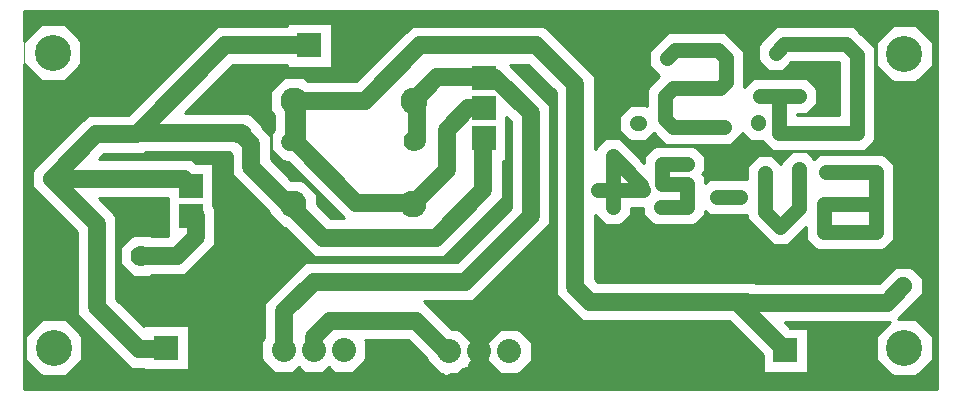
<source format=gbr>
G04 PROTEUS RS274X GERBER FILE*
%FSLAX45Y45*%
%MOMM*%
G01*
%ADD10C,1.524000*%
%ADD11C,1.270000*%
%ADD12C,0.254000*%
%ADD13C,3.048000*%
%ADD14R,2.032000X2.032000*%
%ADD15C,1.524000*%
%ADD16C,1.778000*%
%ADD17R,1.280000X1.280000*%
%ADD18C,0.254000*%
%ADD19C,1.280000*%
%ADD70C,2.286000*%
%ADD71C,2.032000*%
%ADD20C,0.101600*%
G36*
X+4180000Y-808580D02*
X-3550000Y-808580D01*
X-3550000Y+1938752D01*
X-3409949Y+1798701D01*
X-3210051Y+1798701D01*
X-3068701Y+1940051D01*
X-3068701Y+2139949D01*
X-3210051Y+2281299D01*
X-3409949Y+2281299D01*
X-3550000Y+2141248D01*
X-3550000Y+2390000D01*
X+4180000Y+2390000D01*
X+4180000Y-808580D01*
G37*
%LPC*%
G36*
X-3541299Y-559949D02*
X-3541299Y-360051D01*
X-3399949Y-218701D01*
X-3200051Y-218701D01*
X-3058701Y-360051D01*
X-3058701Y-559949D01*
X-3200051Y-701299D01*
X-3399949Y-701299D01*
X-3541299Y-559949D01*
G37*
G36*
X+3658701Y+1930051D02*
X+3658701Y+2129949D01*
X+3800051Y+2271299D01*
X+3999949Y+2271299D01*
X+4141299Y+2129949D01*
X+4141299Y+1930051D01*
X+3999949Y+1788701D01*
X+3800051Y+1788701D01*
X+3658701Y+1930051D01*
G37*
G36*
X-949501Y+1909501D02*
X-1330499Y+1909501D01*
X-1330499Y+1934901D01*
X-1781615Y+1934901D01*
X-2191417Y+1525099D01*
X-1796347Y+1525099D01*
X-1793647Y+1527799D01*
X-1646353Y+1527799D01*
X-1542201Y+1423647D01*
X-1542201Y+1405685D01*
X-1466360Y+1329844D01*
X-1466360Y+1139844D01*
X-1289715Y+963199D01*
X-1195832Y+963199D01*
X-1076801Y+844168D01*
X-1076801Y+755850D01*
X-957144Y+636193D01*
X-843095Y+636193D01*
X-1319103Y+1112201D01*
X-1343647Y+1112201D01*
X-1352929Y+1121483D01*
X-1368386Y+1121483D01*
X-1465099Y+1218196D01*
X-1465099Y+1354968D01*
X-1435099Y+1384968D01*
X-1435099Y+1507732D01*
X-1473199Y+1545832D01*
X-1473199Y+1714168D01*
X-1354168Y+1833199D01*
X-1185832Y+1833199D01*
X-1147732Y+1795099D01*
X-738649Y+1795099D01*
X-268918Y+2264830D01*
X+851866Y+2264830D01*
X+948579Y+2168116D01*
X+1277681Y+1839015D01*
X+1277681Y+1223206D01*
X+1366874Y+1312399D01*
X+1493126Y+1312399D01*
X+1697601Y+1107923D01*
X+1697601Y+1163125D01*
X+1786875Y+1252399D01*
X+2123126Y+1252399D01*
X+2212399Y+1163126D01*
X+2212399Y+1036874D01*
X+2190524Y+1014999D01*
X+2212399Y+993125D01*
X+2212399Y+937924D01*
X+2246874Y+972399D01*
X+2567601Y+972399D01*
X+2567601Y+1083126D01*
X+2656874Y+1172399D01*
X+2783126Y+1172399D01*
X+2857601Y+1097924D01*
X+2857601Y+1113126D01*
X+2946874Y+1202399D01*
X+3073126Y+1202399D01*
X+3135000Y+1140525D01*
X+3176874Y+1182399D01*
X+3723125Y+1182399D01*
X+3812399Y+1093125D01*
X+3812399Y+456875D01*
X+3723125Y+367601D01*
X+3156875Y+367601D01*
X+3067601Y+456875D01*
X+3067601Y+562077D01*
X+2913125Y+407601D01*
X+2786875Y+407601D01*
X+2567602Y+626874D01*
X+2567602Y+667601D01*
X+2246874Y+667601D01*
X+2212399Y+702076D01*
X+2212399Y+666875D01*
X+2123125Y+577601D01*
X+1776874Y+577601D01*
X+1687601Y+666874D01*
X+1687601Y+727601D01*
X+1582399Y+727601D01*
X+1582399Y+666874D01*
X+1493126Y+577601D01*
X+1366874Y+577601D01*
X+1277681Y+666794D01*
X+1277681Y+124081D01*
X+1306663Y+95099D01*
X+2481653Y+95099D01*
X+2486353Y+99799D01*
X+2633647Y+99799D01*
X+2646347Y+87099D01*
X+3683615Y+87099D01*
X+3724901Y+128386D01*
X+3821614Y+225099D01*
X+3958386Y+225099D01*
X+4055099Y+128386D01*
X+4055099Y-8386D01*
X+3844783Y-218701D01*
X+3999949Y-218701D01*
X+4141299Y-360051D01*
X+4141299Y-559949D01*
X+3999949Y-701299D01*
X+3800051Y-701299D01*
X+3658701Y-559949D01*
X+3658701Y-360051D01*
X+3775653Y-243099D01*
X+2886583Y-243099D01*
X+2932985Y-289501D01*
X+3080499Y-289501D01*
X+3080499Y-670499D01*
X+2699501Y-670499D01*
X+2699501Y-522985D01*
X+2411615Y-235099D01*
X+1169892Y-235099D01*
X+947483Y-12690D01*
X+947483Y+1702244D01*
X+715095Y+1934632D01*
X+560556Y+1934632D01*
X+901022Y+1594166D01*
X+901022Y+587721D01*
X+248271Y-65030D01*
X-165486Y-65030D01*
X+68985Y-299501D01*
X+124907Y-299501D01*
X+236499Y-411093D01*
X+236499Y-568907D01*
X+211099Y-594307D01*
X+211099Y-620315D01*
X+166700Y-638706D01*
X+124907Y-680499D01*
X+65802Y-680499D01*
X+7263Y-704747D01*
X-16985Y-680499D01*
X-32907Y-680499D01*
X-144499Y-568907D01*
X-144499Y-552985D01*
X-303219Y-394265D01*
X-662329Y-394265D01*
X-655501Y-401093D01*
X-655501Y-558907D01*
X-767093Y-670499D01*
X-924907Y-670499D01*
X-973000Y-622406D01*
X-1021093Y-670499D01*
X-1178907Y-670499D01*
X-1227001Y-622407D01*
X-1275093Y-670499D01*
X-1432907Y-670499D01*
X-1544499Y-558907D01*
X-1544499Y-401093D01*
X-1519099Y-375693D01*
X-1519099Y-83748D01*
X-1170183Y+265168D01*
X+111501Y+265168D01*
X+570824Y+724491D01*
X+570824Y+1457396D01*
X+530499Y+1497721D01*
X+530499Y+1125501D01*
X+498405Y+1125501D01*
X+498405Y+805124D01*
X-724Y+305995D01*
X-1093914Y+305995D01*
X-1344720Y+556801D01*
X-1364168Y+556801D01*
X-1483199Y+675832D01*
X-1483199Y+689715D01*
X-1796558Y+1003074D01*
X-1796558Y+1175112D01*
X-1816347Y+1194901D01*
X-2521615Y+1194901D01*
X-2535536Y+1180980D01*
X-2875536Y+1180980D01*
X-2921417Y+1135099D01*
X-2131615Y+1135099D01*
X-2097015Y+1100499D01*
X-1949501Y+1100499D01*
X-1949501Y+738985D01*
X-1934901Y+724385D01*
X-1934901Y+407644D01*
X-2187644Y+154901D01*
X-2473653Y+154901D01*
X-2486353Y+142201D01*
X-2633647Y+142201D01*
X-2737799Y+246353D01*
X-2737799Y+393647D01*
X-2633647Y+497799D01*
X-2486353Y+497799D01*
X-2473653Y+485099D01*
X-2330499Y+485099D01*
X-2330499Y+804901D01*
X-2921417Y+804901D01*
X-2771806Y+655290D01*
X-2771806Y-45752D01*
X-2540499Y-277059D01*
X-2540499Y-269501D01*
X-2159501Y-269501D01*
X-2159501Y-650499D01*
X-2540499Y-650499D01*
X-2540499Y-637081D01*
X-2647445Y-637081D01*
X-3102004Y-182522D01*
X-3102004Y+518520D01*
X-3485099Y+901614D01*
X-3485099Y+1038386D01*
X-3388385Y+1135099D01*
X-3012306Y+1511178D01*
X-2742899Y+1511178D01*
X-2742899Y+1512899D01*
X-2670586Y+1512899D01*
X-2658385Y+1525099D01*
X-1918385Y+2265099D01*
X-1330499Y+2265099D01*
X-1330499Y+2290499D01*
X-949501Y+2290499D01*
X-949501Y+1909501D01*
G37*
G36*
X-3378666Y+445700D02*
X-3378666Y+494300D01*
X-3344300Y+528666D01*
X-3295700Y+528666D01*
X-3261334Y+494300D01*
X-3261334Y+445700D01*
X-3295700Y+411334D01*
X-3344300Y+411334D01*
X-3378666Y+445700D01*
G37*
G36*
X+3831334Y+525700D02*
X+3831334Y+574300D01*
X+3865700Y+608666D01*
X+3914300Y+608666D01*
X+3948666Y+574300D01*
X+3948666Y+525700D01*
X+3914300Y+491334D01*
X+3865700Y+491334D01*
X+3831334Y+525700D01*
G37*
G36*
X-1590933Y+300560D02*
X-1590933Y+339440D01*
X-1563440Y+366933D01*
X-1524560Y+366933D01*
X-1497067Y+339440D01*
X-1497067Y+300560D01*
X-1524560Y+273067D01*
X-1563440Y+273067D01*
X-1590933Y+300560D01*
G37*
G36*
X-2568876Y+1809002D02*
X-2611124Y+1809002D01*
X-2640998Y+1838876D01*
X-2640998Y+1881124D01*
X-2611124Y+1910998D01*
X-2568876Y+1910998D01*
X-2539002Y+1881124D01*
X-2539002Y+1838876D01*
X-2568876Y+1809002D01*
G37*
G36*
X-1700560Y+1811067D02*
X-1739440Y+1811067D01*
X-1766933Y+1838560D01*
X-1766933Y+1877440D01*
X-1739440Y+1904933D01*
X-1700560Y+1904933D01*
X-1673067Y+1877440D01*
X-1673067Y+1838560D01*
X-1700560Y+1811067D01*
G37*
G36*
X-698666Y+2075700D02*
X-698666Y+2124300D01*
X-664300Y+2158666D01*
X-615700Y+2158666D01*
X-581334Y+2124300D01*
X-581334Y+2075700D01*
X-615700Y+2041334D01*
X-664300Y+2041334D01*
X-698666Y+2075700D01*
G37*
G36*
X-1908666Y-484300D02*
X-1908666Y-435700D01*
X-1874300Y-401334D01*
X-1825700Y-401334D01*
X-1791334Y-435700D01*
X-1791334Y-484300D01*
X-1825700Y-518666D01*
X-1874300Y-518666D01*
X-1908666Y-484300D01*
G37*
G36*
X+363501Y-568907D02*
X+363501Y-411093D01*
X+475093Y-299501D01*
X+632907Y-299501D01*
X+744499Y-411093D01*
X+744499Y-568907D01*
X+632907Y-680499D01*
X+475093Y-680499D01*
X+363501Y-568907D01*
G37*
G36*
X+253067Y-509440D02*
X+253067Y-470560D01*
X+280560Y-443067D01*
X+319440Y-443067D01*
X+346933Y-470560D01*
X+346933Y-509440D01*
X+319440Y-536933D01*
X+280560Y-536933D01*
X+253067Y-509440D01*
G37*
G36*
X+1741124Y+379002D02*
X+1698876Y+379002D01*
X+1669002Y+408876D01*
X+1669002Y+451124D01*
X+1698876Y+480998D01*
X+1741124Y+480998D01*
X+1770998Y+451124D01*
X+1770998Y+408876D01*
X+1741124Y+379002D01*
G37*
G36*
X+2579440Y+383067D02*
X+2540560Y+383067D01*
X+2513067Y+410560D01*
X+2513067Y+449440D01*
X+2540560Y+476933D01*
X+2579440Y+476933D01*
X+2606933Y+449440D01*
X+2606933Y+410560D01*
X+2579440Y+383067D01*
G37*
G36*
X+3331334Y-504300D02*
X+3331334Y-455700D01*
X+3365700Y-421334D01*
X+3414300Y-421334D01*
X+3448666Y-455700D01*
X+3448666Y-504300D01*
X+3414300Y-538666D01*
X+3365700Y-538666D01*
X+3331334Y-504300D01*
G37*
G36*
X+3517762Y+2217762D02*
X+3652398Y+2083126D01*
X+3652398Y+1296874D01*
X+3563126Y+1207602D01*
X+2776874Y+1207602D01*
X+2696875Y+1287601D01*
X+2596874Y+1287601D01*
X+2522399Y+1362076D01*
X+2522399Y+1346874D01*
X+2433126Y+1257601D01*
X+1876875Y+1257601D01*
X+1780000Y+1354475D01*
X+1713126Y+1287601D01*
X+1576874Y+1287601D01*
X+1487601Y+1376874D01*
X+1487601Y+1503126D01*
X+1576874Y+1592399D01*
X+1713126Y+1592399D01*
X+1717601Y+1587924D01*
X+1717601Y+1733125D01*
X+1824476Y+1840000D01*
X+1737602Y+1926874D01*
X+1737602Y+2053126D01*
X+1896875Y+2212399D01*
X+2383125Y+2212399D01*
X+2542399Y+2053125D01*
X+2542399Y+1747924D01*
X+2616874Y+1822399D01*
X+2776874Y+1822398D01*
X+2776875Y+1822399D01*
X+3010000Y+1822399D01*
X+3009999Y+1822398D01*
X+3074649Y+1822398D01*
X+3162399Y+1734648D01*
X+3162399Y+1605349D01*
X+3074650Y+1517601D01*
X+2992399Y+1517601D01*
X+2992399Y+1512398D01*
X+3347602Y+1512398D01*
X+3347602Y+1956874D01*
X+3346875Y+1957601D01*
X+2943125Y+1957601D01*
X+2873126Y+1887602D01*
X+2746874Y+1887602D01*
X+2657602Y+1976874D01*
X+2657602Y+2103126D01*
X+2816875Y+2262399D01*
X+3473125Y+2262399D01*
X+3517762Y+2217762D01*
G37*
%LPD*%
D10*
X-3079664Y+970000D02*
X-3074664Y+965000D01*
X-3061957Y+965000D01*
X-3066957Y+970000D02*
X-3061957Y+965000D01*
X-3320000Y+970000D02*
X-3079664Y+970000D01*
X-3066957Y+970000D01*
X-2590000Y+1360000D02*
X-1730000Y+1360000D01*
X-1720000Y+1350000D01*
X-1631459Y+1261459D01*
X-1631459Y+1071459D01*
X-1320000Y+760000D01*
X-1280000Y+760000D01*
X-1270000Y+1290000D02*
X-1270000Y+1296582D01*
X+340000Y+1824000D02*
X+437704Y+1824000D01*
X+735923Y+1525781D01*
X+735923Y+656106D01*
X+179886Y+100069D01*
X-1101798Y+100069D01*
X-1354000Y-152133D01*
X-1354000Y-480000D01*
X-3066957Y+970000D02*
X-2200000Y+970000D01*
X-2140000Y+910000D01*
X-3320000Y+970000D02*
X-2943921Y+1346079D01*
X-2603921Y+1346079D01*
X-2590000Y+1360000D01*
X+1720000Y-70000D02*
X+2552000Y-70000D01*
X+2560000Y-78000D01*
X-254000Y+1630000D02*
X-54473Y+1829527D01*
X+340000Y+1829527D01*
X+340000Y+1824000D01*
X-1300000Y+1630000D02*
X-1270000Y+1630000D01*
X-1270000Y+1296582D01*
X-1270000Y+1286582D01*
X-1300000Y+1286582D01*
X-1270000Y+1630000D02*
X-1240000Y+1630000D01*
X-1240000Y+1296582D01*
X-1270000Y+1296582D01*
X-254000Y+1290000D02*
X-224000Y+1290000D01*
X-224000Y+1630000D01*
X-254000Y+1630000D01*
X-1270000Y+1296582D02*
X-743418Y+770000D01*
X-264000Y+770000D01*
X-264000Y+760000D01*
X+2560000Y-78000D02*
X+3752000Y-78000D01*
X+3890000Y+60000D01*
X-2560000Y+320000D02*
X-2256029Y+320000D01*
X-2100000Y+476029D01*
X-2100000Y+656000D01*
X-2140000Y+656000D01*
X-1280000Y+760000D02*
X-1280000Y+725565D01*
X-1025529Y+471094D01*
X-69109Y+471094D01*
X+333306Y+873509D01*
X+333306Y+1309306D01*
X+340000Y+1316000D01*
X-264000Y+760000D02*
X+24012Y+1048012D01*
X+24012Y+1386410D01*
X+207602Y+1570000D01*
X+340000Y+1570000D01*
X-1240000Y+1630000D02*
X-670264Y+1630000D01*
X-200533Y+2099731D01*
X+783480Y+2099731D01*
X+1112582Y+1770629D01*
X+1112582Y+55696D01*
X+1238278Y-70000D01*
X+1720000Y-70000D01*
X-3320000Y+970000D02*
X-2936905Y+586905D01*
X-2936905Y-114137D01*
X-2579060Y-471982D01*
X-2361982Y-471982D01*
X-2350000Y-460000D01*
X-1140000Y+2100000D02*
X-1850000Y+2100000D01*
X-2590000Y+1360000D01*
X+2560000Y-78000D02*
X+2488000Y-78000D01*
X+2890000Y-480000D01*
D11*
X+2660000Y+1440000D02*
X+2660000Y+1450000D01*
X+1890000Y+1990000D02*
X+1960000Y+2060000D01*
X+2320000Y+2060000D01*
X+2390000Y+1990000D01*
X+2390000Y+1790000D01*
X+2340000Y+1740000D01*
X+1940000Y+1740000D01*
X+1870000Y+1670000D01*
X+1870000Y+1480000D01*
X+1940000Y+1410000D01*
X+2370000Y+1410000D01*
X+2810000Y+2040000D02*
X+2880000Y+2110000D01*
X+3410000Y+2110000D01*
X+3500000Y+2020000D01*
X+3500000Y+1360000D01*
X+2840000Y+1360000D01*
X+2840000Y+1670000D01*
X+3010000Y+1670000D01*
X+2680000Y+1670000D01*
X+1640000Y+1440000D02*
X+1650000Y+1440000D01*
X+3010000Y+1050000D02*
X+3010000Y+720000D01*
X+2850000Y+560000D01*
X+2720000Y+690000D01*
X+2720000Y+1020000D01*
X+2510000Y+820000D02*
X+2310000Y+820000D01*
X+2060000Y+1100000D02*
X+1850000Y+1100000D01*
X+1850000Y+930000D01*
X+2060000Y+930000D01*
X+2060000Y+730000D01*
X+1840000Y+730000D01*
X+1430000Y+1160000D02*
X+1670000Y+920000D01*
X+1430000Y+880000D02*
X+1310000Y+880000D01*
X+1430000Y+1160000D02*
X+1430000Y+880000D01*
X+1430000Y+730000D01*
X+1685588Y+880000D02*
X+1430000Y+880000D01*
D10*
X-1100000Y-480000D02*
X-1100000Y-368322D01*
X-960844Y-229166D01*
X-234834Y-229166D01*
X+46000Y-510000D01*
X+46000Y-490000D01*
D11*
X+3240000Y+1030000D02*
X+3660000Y+1030000D01*
X+3660000Y+520000D01*
X+3220000Y+520000D01*
X+3220000Y+760000D01*
X+3590000Y+760000D01*
D12*
X+4180000Y-808580D02*
X-3550000Y-808580D01*
X-3550000Y+1938752D01*
X-3409949Y+1798701D01*
X-3210051Y+1798701D01*
X-3068701Y+1940051D01*
X-3068701Y+2139949D01*
X-3210051Y+2281299D01*
X-3409949Y+2281299D01*
X-3550000Y+2141248D01*
X-3550000Y+2390000D01*
X+4180000Y+2390000D01*
X+4180000Y-808580D01*
X-3541299Y-559949D02*
X-3541299Y-360051D01*
X-3399949Y-218701D01*
X-3200051Y-218701D01*
X-3058701Y-360051D01*
X-3058701Y-559949D01*
X-3200051Y-701299D01*
X-3399949Y-701299D01*
X-3541299Y-559949D01*
X+3658701Y+1930051D02*
X+3658701Y+2129949D01*
X+3800051Y+2271299D01*
X+3999949Y+2271299D01*
X+4141299Y+2129949D01*
X+4141299Y+1930051D01*
X+3999949Y+1788701D01*
X+3800051Y+1788701D01*
X+3658701Y+1930051D01*
X-949501Y+1909501D02*
X-1330499Y+1909501D01*
X-1330499Y+1934901D01*
X-1781615Y+1934901D01*
X-2191417Y+1525099D01*
X-1796347Y+1525099D01*
X-1793647Y+1527799D01*
X-1646353Y+1527799D01*
X-1542201Y+1423647D01*
X-1542201Y+1405685D01*
X-1466360Y+1329844D01*
X-1466360Y+1139844D01*
X-1289715Y+963199D01*
X-1195832Y+963199D01*
X-1076801Y+844168D01*
X-1076801Y+755850D01*
X-957144Y+636193D01*
X-843095Y+636193D01*
X-1319103Y+1112201D01*
X-1343647Y+1112201D01*
X-1352929Y+1121483D01*
X-1368386Y+1121483D01*
X-1465099Y+1218196D01*
X-1465099Y+1354968D01*
X-1435099Y+1384968D01*
X-1435099Y+1507732D01*
X-1473199Y+1545832D01*
X-1473199Y+1714168D01*
X-1354168Y+1833199D01*
X-1185832Y+1833199D01*
X-1147732Y+1795099D01*
X-738649Y+1795099D01*
X-268918Y+2264830D01*
X+851866Y+2264830D01*
X+948579Y+2168116D01*
X+1277681Y+1839015D01*
X+1277681Y+1223206D01*
X+1366874Y+1312399D01*
X+1493126Y+1312399D01*
X+1697601Y+1107923D01*
X+1697601Y+1163125D01*
X+1786875Y+1252399D01*
X+2123126Y+1252399D01*
X+2212399Y+1163126D01*
X+2212399Y+1036874D01*
X+2190524Y+1014999D01*
X+2212399Y+993125D01*
X+2212399Y+937924D01*
X+2246874Y+972399D01*
X+2567601Y+972399D01*
X+2567601Y+1083126D01*
X+2656874Y+1172399D01*
X+2783126Y+1172399D01*
X+2857601Y+1097924D01*
X+2857601Y+1113126D01*
X+2946874Y+1202399D01*
X+3073126Y+1202399D01*
X+3135000Y+1140525D01*
X+3176874Y+1182399D01*
X+3723125Y+1182399D01*
X+3812399Y+1093125D01*
X+3812399Y+456875D01*
X+3723125Y+367601D01*
X+3156875Y+367601D01*
X+3067601Y+456875D01*
X+3067601Y+562077D01*
X+2913125Y+407601D01*
X+2786875Y+407601D01*
X+2567602Y+626874D01*
X+2567602Y+667601D01*
X+2246874Y+667601D01*
X+2212399Y+702076D01*
X+2212399Y+666875D01*
X+2123125Y+577601D01*
X+1776874Y+577601D01*
X+1687601Y+666874D01*
X+1687601Y+727601D01*
X+1582399Y+727601D01*
X+1582399Y+666874D01*
X+1493126Y+577601D01*
X+1366874Y+577601D01*
X+1277681Y+666794D01*
X+1277681Y+124081D01*
X+1306663Y+95099D01*
X+2481653Y+95099D01*
X+2486353Y+99799D01*
X+2633647Y+99799D01*
X+2646347Y+87099D01*
X+3683615Y+87099D01*
X+3724901Y+128386D01*
X+3821614Y+225099D01*
X+3958386Y+225099D01*
X+4055099Y+128386D01*
X+4055099Y-8386D01*
X+3844783Y-218701D01*
X+3999949Y-218701D01*
X+4141299Y-360051D01*
X+4141299Y-559949D01*
X+3999949Y-701299D01*
X+3800051Y-701299D01*
X+3658701Y-559949D01*
X+3658701Y-360051D01*
X+3775653Y-243099D01*
X+2886583Y-243099D01*
X+2932985Y-289501D01*
X+3080499Y-289501D01*
X+3080499Y-670499D01*
X+2699501Y-670499D01*
X+2699501Y-522985D01*
X+2411615Y-235099D01*
X+1169892Y-235099D01*
X+947483Y-12690D01*
X+947483Y+1702244D01*
X+715095Y+1934632D01*
X+560556Y+1934632D01*
X+901022Y+1594166D01*
X+901022Y+587721D01*
X+248271Y-65030D01*
X-165486Y-65030D01*
X+68985Y-299501D01*
X+124907Y-299501D01*
X+236499Y-411093D01*
X+236499Y-568907D01*
X+211099Y-594307D01*
X+211099Y-620315D01*
X+166700Y-638706D01*
X+124907Y-680499D01*
X+65802Y-680499D01*
X+7263Y-704747D01*
X-16985Y-680499D01*
X-32907Y-680499D01*
X-144499Y-568907D01*
X-144499Y-552985D01*
X-303219Y-394265D01*
X-662329Y-394265D01*
X-655501Y-401093D01*
X-655501Y-558907D01*
X-767093Y-670499D01*
X-924907Y-670499D01*
X-973000Y-622406D01*
X-1021093Y-670499D01*
X-1178907Y-670499D01*
X-1227001Y-622407D01*
X-1275093Y-670499D01*
X-1432907Y-670499D01*
X-1544499Y-558907D01*
X-1544499Y-401093D01*
X-1519099Y-375693D01*
X-1519099Y-83748D01*
X-1170183Y+265168D01*
X+111501Y+265168D01*
X+570824Y+724491D01*
X+570824Y+1457396D01*
X+530499Y+1497721D01*
X+530499Y+1125501D01*
X+498405Y+1125501D01*
X+498405Y+805124D01*
X-724Y+305995D01*
X-1093914Y+305995D01*
X-1344720Y+556801D01*
X-1364168Y+556801D01*
X-1483199Y+675832D01*
X-1483199Y+689715D01*
X-1796558Y+1003074D01*
X-1796558Y+1175112D01*
X-1816347Y+1194901D01*
X-2521615Y+1194901D01*
X-2535536Y+1180980D01*
X-2875536Y+1180980D01*
X-2921417Y+1135099D01*
X-2131615Y+1135099D01*
X-2097015Y+1100499D01*
X-1949501Y+1100499D01*
X-1949501Y+738985D01*
X-1934901Y+724385D01*
X-1934901Y+407644D01*
X-2187644Y+154901D01*
X-2473653Y+154901D01*
X-2486353Y+142201D01*
X-2633647Y+142201D01*
X-2737799Y+246353D01*
X-2737799Y+393647D01*
X-2633647Y+497799D01*
X-2486353Y+497799D01*
X-2473653Y+485099D01*
X-2330499Y+485099D01*
X-2330499Y+804901D01*
X-2921417Y+804901D01*
X-2771806Y+655290D01*
X-2771806Y-45752D01*
X-2540499Y-277059D01*
X-2540499Y-269501D01*
X-2159501Y-269501D01*
X-2159501Y-650499D01*
X-2540499Y-650499D01*
X-2540499Y-637081D01*
X-2647445Y-637081D01*
X-3102004Y-182522D01*
X-3102004Y+518520D01*
X-3485099Y+901614D01*
X-3485099Y+1038386D01*
X-3388385Y+1135099D01*
X-3012306Y+1511178D01*
X-2742899Y+1511178D01*
X-2742899Y+1512899D01*
X-2670586Y+1512899D01*
X-2658385Y+1525099D01*
X-1918385Y+2265099D01*
X-1330499Y+2265099D01*
X-1330499Y+2290499D01*
X-949501Y+2290499D01*
X-949501Y+1909501D01*
X-3378666Y+445700D02*
X-3378666Y+494300D01*
X-3344300Y+528666D01*
X-3295700Y+528666D01*
X-3261334Y+494300D01*
X-3261334Y+445700D01*
X-3295700Y+411334D01*
X-3344300Y+411334D01*
X-3378666Y+445700D01*
X+3831334Y+525700D02*
X+3831334Y+574300D01*
X+3865700Y+608666D01*
X+3914300Y+608666D01*
X+3948666Y+574300D01*
X+3948666Y+525700D01*
X+3914300Y+491334D01*
X+3865700Y+491334D01*
X+3831334Y+525700D01*
X-1590933Y+300560D02*
X-1590933Y+339440D01*
X-1563440Y+366933D01*
X-1524560Y+366933D01*
X-1497067Y+339440D01*
X-1497067Y+300560D01*
X-1524560Y+273067D01*
X-1563440Y+273067D01*
X-1590933Y+300560D01*
X-2568876Y+1809002D02*
X-2611124Y+1809002D01*
X-2640998Y+1838876D01*
X-2640998Y+1881124D01*
X-2611124Y+1910998D01*
X-2568876Y+1910998D01*
X-2539002Y+1881124D01*
X-2539002Y+1838876D01*
X-2568876Y+1809002D01*
X-1700560Y+1811067D02*
X-1739440Y+1811067D01*
X-1766933Y+1838560D01*
X-1766933Y+1877440D01*
X-1739440Y+1904933D01*
X-1700560Y+1904933D01*
X-1673067Y+1877440D01*
X-1673067Y+1838560D01*
X-1700560Y+1811067D01*
X-698666Y+2075700D02*
X-698666Y+2124300D01*
X-664300Y+2158666D01*
X-615700Y+2158666D01*
X-581334Y+2124300D01*
X-581334Y+2075700D01*
X-615700Y+2041334D01*
X-664300Y+2041334D01*
X-698666Y+2075700D01*
X-1908666Y-484300D02*
X-1908666Y-435700D01*
X-1874300Y-401334D01*
X-1825700Y-401334D01*
X-1791334Y-435700D01*
X-1791334Y-484300D01*
X-1825700Y-518666D01*
X-1874300Y-518666D01*
X-1908666Y-484300D01*
X+363501Y-568907D02*
X+363501Y-411093D01*
X+475093Y-299501D01*
X+632907Y-299501D01*
X+744499Y-411093D01*
X+744499Y-568907D01*
X+632907Y-680499D01*
X+475093Y-680499D01*
X+363501Y-568907D01*
X+253067Y-509440D02*
X+253067Y-470560D01*
X+280560Y-443067D01*
X+319440Y-443067D01*
X+346933Y-470560D01*
X+346933Y-509440D01*
X+319440Y-536933D01*
X+280560Y-536933D01*
X+253067Y-509440D01*
X+1741124Y+379002D02*
X+1698876Y+379002D01*
X+1669002Y+408876D01*
X+1669002Y+451124D01*
X+1698876Y+480998D01*
X+1741124Y+480998D01*
X+1770998Y+451124D01*
X+1770998Y+408876D01*
X+1741124Y+379002D01*
X+2579440Y+383067D02*
X+2540560Y+383067D01*
X+2513067Y+410560D01*
X+2513067Y+449440D01*
X+2540560Y+476933D01*
X+2579440Y+476933D01*
X+2606933Y+449440D01*
X+2606933Y+410560D01*
X+2579440Y+383067D01*
X+3331334Y-504300D02*
X+3331334Y-455700D01*
X+3365700Y-421334D01*
X+3414300Y-421334D01*
X+3448666Y-455700D01*
X+3448666Y-504300D01*
X+3414300Y-538666D01*
X+3365700Y-538666D01*
X+3331334Y-504300D01*
X+3517762Y+2217762D02*
X+3652398Y+2083126D01*
X+3652398Y+1296874D01*
X+3563126Y+1207602D01*
X+2776874Y+1207602D01*
X+2696875Y+1287601D01*
X+2596874Y+1287601D01*
X+2522399Y+1362076D01*
X+2522399Y+1346874D01*
X+2433126Y+1257601D01*
X+1876875Y+1257601D01*
X+1780000Y+1354475D01*
X+1713126Y+1287601D01*
X+1576874Y+1287601D01*
X+1487601Y+1376874D01*
X+1487601Y+1503126D01*
X+1576874Y+1592399D01*
X+1713126Y+1592399D01*
X+1717601Y+1587924D01*
X+1717601Y+1733125D01*
X+1824476Y+1840000D01*
X+1737602Y+1926874D01*
X+1737602Y+2053126D01*
X+1896875Y+2212399D01*
X+2383125Y+2212399D01*
X+2542399Y+2053125D01*
X+2542399Y+1747924D01*
X+2616874Y+1822399D01*
X+2776874Y+1822398D01*
X+2776875Y+1822399D01*
X+3010000Y+1822399D01*
X+3009999Y+1822398D01*
X+3074649Y+1822398D01*
X+3162399Y+1734648D01*
X+3162399Y+1605349D01*
X+3074650Y+1517601D01*
X+2992399Y+1517601D01*
X+2992399Y+1512398D01*
X+3347602Y+1512398D01*
X+3347602Y+1956874D01*
X+3346875Y+1957601D01*
X+2943125Y+1957601D01*
X+2873126Y+1887602D01*
X+2746874Y+1887602D01*
X+2657602Y+1976874D01*
X+2657602Y+2103126D01*
X+2816875Y+2262399D01*
X+3473125Y+2262399D01*
X+3517762Y+2217762D01*
X-3370800Y+470000D02*
X-3320000Y+470000D01*
X-3269200Y+470000D02*
X-3320000Y+470000D01*
X-3320000Y+419200D02*
X-3320000Y+470000D01*
X-3320000Y+520800D02*
X-3320000Y+470000D01*
X+3839200Y+550000D02*
X+3890000Y+550000D01*
X+3940800Y+550000D02*
X+3890000Y+550000D01*
X+3890000Y+499200D02*
X+3890000Y+550000D01*
X+3890000Y+600800D02*
X+3890000Y+550000D01*
X-1582100Y+320000D02*
X-1544000Y+320000D01*
X-1505900Y+320000D02*
X-1544000Y+320000D01*
X-1544000Y+281900D02*
X-1544000Y+320000D01*
X-1544000Y+358100D02*
X-1544000Y+320000D01*
X-2590000Y+1817500D02*
X-2590000Y+1860000D01*
X-2590000Y+1902500D02*
X-2590000Y+1860000D01*
X-2547500Y+1860000D02*
X-2590000Y+1860000D01*
X-2632500Y+1860000D02*
X-2590000Y+1860000D01*
X-1720000Y+1819900D02*
X-1720000Y+1858000D01*
X-1720000Y+1896100D02*
X-1720000Y+1858000D01*
X-1681900Y+1858000D02*
X-1720000Y+1858000D01*
X-1758100Y+1858000D02*
X-1720000Y+1858000D01*
X-690800Y+2100000D02*
X-640000Y+2100000D01*
X-589200Y+2100000D02*
X-640000Y+2100000D01*
X-640000Y+2049200D02*
X-640000Y+2100000D01*
X-640000Y+2150800D02*
X-640000Y+2100000D01*
X-1900800Y-460000D02*
X-1850000Y-460000D01*
X-1799200Y-460000D02*
X-1850000Y-460000D01*
X-1850000Y-510800D02*
X-1850000Y-460000D01*
X-1850000Y-409200D02*
X-1850000Y-460000D01*
X+261900Y-490000D02*
X+300000Y-490000D01*
X+338100Y-490000D02*
X+300000Y-490000D01*
X+300000Y-528100D02*
X+300000Y-490000D01*
X+300000Y-451900D02*
X+300000Y-490000D01*
X+1720000Y+387500D02*
X+1720000Y+430000D01*
X+1720000Y+472500D02*
X+1720000Y+430000D01*
X+1762500Y+430000D02*
X+1720000Y+430000D01*
X+1677500Y+430000D02*
X+1720000Y+430000D01*
X+2560000Y+391900D02*
X+2560000Y+430000D01*
X+2560000Y+468100D02*
X+2560000Y+430000D01*
X+2598100Y+430000D02*
X+2560000Y+430000D01*
X+2521900Y+430000D02*
X+2560000Y+430000D01*
X+3339200Y-480000D02*
X+3390000Y-480000D01*
X+3440800Y-480000D02*
X+3390000Y-480000D01*
X+3390000Y-530800D02*
X+3390000Y-480000D01*
X+3390000Y-429200D02*
X+3390000Y-480000D01*
D13*
X-3310000Y+2040000D03*
X-3300000Y-460000D03*
X+3900000Y+2030000D03*
X+3900000Y-460000D03*
D14*
X+340000Y+1824000D03*
X+340000Y+1570000D03*
X+340000Y+1316000D03*
D15*
X-3320000Y+970000D03*
X-3320000Y+470000D03*
X+3890000Y+550000D03*
X+3890000Y+60000D03*
D14*
X-2140000Y+910000D03*
X-2140000Y+656000D03*
D16*
X-2560000Y+320000D03*
X-1544000Y+320000D03*
D17*
X-2590000Y+1360000D03*
D18*
X-2590000Y+1360000D03*
D19*
X-2590000Y+1860000D03*
D16*
X-1720000Y+1350000D03*
X-1720000Y+1858000D03*
D70*
X-264000Y+760000D03*
X-1280000Y+760000D03*
X-254000Y+1630000D03*
X-1270000Y+1630000D03*
D16*
X-1270000Y+1290000D03*
X-254000Y+1290000D03*
D14*
X-1140000Y+2100000D03*
X-640000Y+2100000D03*
X-2350000Y-460000D03*
X-1850000Y-460000D03*
X+2890000Y-480000D03*
D71*
X-1354000Y-480000D03*
X-846000Y-480000D03*
X-1100000Y-480000D03*
X+46000Y-490000D03*
X+554000Y-490000D03*
X+300000Y-490000D03*
D17*
X+1720000Y-70000D03*
D18*
X+1720000Y-70000D03*
D19*
X+1720000Y+430000D03*
D16*
X+2560000Y-78000D03*
X+2560000Y+430000D03*
D14*
X+3390000Y-480000D03*
D20*
X-3550000Y-808580D02*
X+4180000Y-808580D01*
X+4180000Y+2390000D01*
X-3550000Y+2390000D01*
X-3550000Y-808580D01*
M02*

</source>
